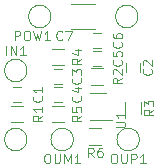
<source format=gto>
%TF.GenerationSoftware,KiCad,Pcbnew,(5.1.12)-1*%
%TF.CreationDate,2023-07-21T13:43:36+02:00*%
%TF.ProjectId,Input_stage,496e7075-745f-4737-9461-67652e6b6963,rev?*%
%TF.SameCoordinates,Original*%
%TF.FileFunction,Legend,Top*%
%TF.FilePolarity,Positive*%
%FSLAX46Y46*%
G04 Gerber Fmt 4.6, Leading zero omitted, Abs format (unit mm)*
G04 Created by KiCad (PCBNEW (5.1.12)-1) date 2023-07-21 13:43:36*
%MOMM*%
%LPD*%
G01*
G04 APERTURE LIST*
%ADD10C,0.120000*%
%ADD11R,0.800000X0.750000*%
%ADD12R,0.750000X0.800000*%
%ADD13R,1.000000X1.600000*%
%ADD14C,1.500000*%
%ADD15R,0.800000X0.900000*%
%ADD16R,0.900000X0.800000*%
%ADD17R,0.650000X0.400000*%
G04 APERTURE END LIST*
D10*
%TO.C,C1*%
X1555000Y-7655000D02*
X2255000Y-7655000D01*
X2255000Y-8855000D02*
X1555000Y-8855000D01*
%TO.C,C2*%
X12284000Y-5619000D02*
X12284000Y-6319000D01*
X11084000Y-6319000D02*
X11084000Y-5619000D01*
%TO.C,C3*%
X5684000Y-7331000D02*
X4984000Y-7331000D01*
X4984000Y-6131000D02*
X5684000Y-6131000D01*
%TO.C,C4*%
X5684000Y-8855000D02*
X4984000Y-8855000D01*
X4984000Y-7655000D02*
X5684000Y-7655000D01*
%TO.C,C5*%
X8986000Y-5807000D02*
X8286000Y-5807000D01*
X8286000Y-4607000D02*
X8986000Y-4607000D01*
%TO.C,C6*%
X8286000Y-3083000D02*
X8986000Y-3083000D01*
X8986000Y-4283000D02*
X8286000Y-4283000D01*
%TO.C,C7*%
X8493000Y-631000D02*
X6493000Y-631000D01*
X6493000Y-2671000D02*
X8493000Y-2671000D01*
%TO.C,GND1*%
X12126000Y-1651000D02*
G75*
G03*
X12126000Y-1651000I-950000J0D01*
G01*
%TO.C,IN1*%
X2728000Y-6223000D02*
G75*
G03*
X2728000Y-6223000I-950000J0D01*
G01*
%TO.C,OUM1*%
X6665000Y-12065000D02*
G75*
G03*
X6665000Y-12065000I-950000J0D01*
G01*
%TO.C,OUP1*%
X12253000Y-12065000D02*
G75*
G03*
X12253000Y-12065000I-950000J0D01*
G01*
%TO.C,POW1*%
X4760000Y-1651000D02*
G75*
G03*
X4760000Y-1651000I-950000J0D01*
G01*
%TO.C,R1*%
X1405000Y-9226000D02*
X2405000Y-9226000D01*
X2405000Y-10586000D02*
X1405000Y-10586000D01*
%TO.C,R2*%
X9136000Y-7411000D02*
X8136000Y-7411000D01*
X8136000Y-6051000D02*
X9136000Y-6051000D01*
%TO.C,R3*%
X12364000Y-8898000D02*
X12364000Y-9898000D01*
X11004000Y-9898000D02*
X11004000Y-8898000D01*
%TO.C,R4*%
X5834000Y-5760000D02*
X4834000Y-5760000D01*
X4834000Y-4400000D02*
X5834000Y-4400000D01*
%TO.C,R5*%
X5834000Y-10586000D02*
X4834000Y-10586000D01*
X4834000Y-9226000D02*
X5834000Y-9226000D01*
%TO.C,R6*%
X9009000Y-12491000D02*
X8009000Y-12491000D01*
X8009000Y-11131000D02*
X9009000Y-11131000D01*
%TO.C,U1*%
X8063000Y-10431000D02*
X9963000Y-10431000D01*
X9463000Y-8111000D02*
X8063000Y-8111000D01*
%TO.C,GND2*%
X2728000Y-12065000D02*
G75*
G03*
X2728000Y-12065000I-950000J0D01*
G01*
%TO.C,C1*%
X3968714Y-8388333D02*
X4006809Y-8426428D01*
X4044904Y-8540714D01*
X4044904Y-8616904D01*
X4006809Y-8731190D01*
X3930619Y-8807380D01*
X3854428Y-8845476D01*
X3702047Y-8883571D01*
X3587761Y-8883571D01*
X3435380Y-8845476D01*
X3359190Y-8807380D01*
X3283000Y-8731190D01*
X3244904Y-8616904D01*
X3244904Y-8540714D01*
X3283000Y-8426428D01*
X3321095Y-8388333D01*
X4044904Y-7626428D02*
X4044904Y-8083571D01*
X4044904Y-7855000D02*
X3244904Y-7855000D01*
X3359190Y-7931190D01*
X3435380Y-8007380D01*
X3473476Y-8083571D01*
%TO.C,C2*%
X13239714Y-6102333D02*
X13277809Y-6140428D01*
X13315904Y-6254714D01*
X13315904Y-6330904D01*
X13277809Y-6445190D01*
X13201619Y-6521380D01*
X13125428Y-6559476D01*
X12973047Y-6597571D01*
X12858761Y-6597571D01*
X12706380Y-6559476D01*
X12630190Y-6521380D01*
X12554000Y-6445190D01*
X12515904Y-6330904D01*
X12515904Y-6254714D01*
X12554000Y-6140428D01*
X12592095Y-6102333D01*
X12592095Y-5797571D02*
X12554000Y-5759476D01*
X12515904Y-5683285D01*
X12515904Y-5492809D01*
X12554000Y-5416619D01*
X12592095Y-5378523D01*
X12668285Y-5340428D01*
X12744476Y-5340428D01*
X12858761Y-5378523D01*
X13315904Y-5835666D01*
X13315904Y-5340428D01*
%TO.C,C3*%
X7270714Y-6864333D02*
X7308809Y-6902428D01*
X7346904Y-7016714D01*
X7346904Y-7092904D01*
X7308809Y-7207190D01*
X7232619Y-7283380D01*
X7156428Y-7321476D01*
X7004047Y-7359571D01*
X6889761Y-7359571D01*
X6737380Y-7321476D01*
X6661190Y-7283380D01*
X6585000Y-7207190D01*
X6546904Y-7092904D01*
X6546904Y-7016714D01*
X6585000Y-6902428D01*
X6623095Y-6864333D01*
X6546904Y-6597666D02*
X6546904Y-6102428D01*
X6851666Y-6369095D01*
X6851666Y-6254809D01*
X6889761Y-6178619D01*
X6927857Y-6140523D01*
X7004047Y-6102428D01*
X7194523Y-6102428D01*
X7270714Y-6140523D01*
X7308809Y-6178619D01*
X7346904Y-6254809D01*
X7346904Y-6483380D01*
X7308809Y-6559571D01*
X7270714Y-6597666D01*
%TO.C,C4*%
X7270714Y-8388333D02*
X7308809Y-8426428D01*
X7346904Y-8540714D01*
X7346904Y-8616904D01*
X7308809Y-8731190D01*
X7232619Y-8807380D01*
X7156428Y-8845476D01*
X7004047Y-8883571D01*
X6889761Y-8883571D01*
X6737380Y-8845476D01*
X6661190Y-8807380D01*
X6585000Y-8731190D01*
X6546904Y-8616904D01*
X6546904Y-8540714D01*
X6585000Y-8426428D01*
X6623095Y-8388333D01*
X6813571Y-7702619D02*
X7346904Y-7702619D01*
X6508809Y-7893095D02*
X7080238Y-8083571D01*
X7080238Y-7588333D01*
%TO.C,C5*%
X10699714Y-5340333D02*
X10737809Y-5378428D01*
X10775904Y-5492714D01*
X10775904Y-5568904D01*
X10737809Y-5683190D01*
X10661619Y-5759380D01*
X10585428Y-5797476D01*
X10433047Y-5835571D01*
X10318761Y-5835571D01*
X10166380Y-5797476D01*
X10090190Y-5759380D01*
X10014000Y-5683190D01*
X9975904Y-5568904D01*
X9975904Y-5492714D01*
X10014000Y-5378428D01*
X10052095Y-5340333D01*
X9975904Y-4616523D02*
X9975904Y-4997476D01*
X10356857Y-5035571D01*
X10318761Y-4997476D01*
X10280666Y-4921285D01*
X10280666Y-4730809D01*
X10318761Y-4654619D01*
X10356857Y-4616523D01*
X10433047Y-4578428D01*
X10623523Y-4578428D01*
X10699714Y-4616523D01*
X10737809Y-4654619D01*
X10775904Y-4730809D01*
X10775904Y-4921285D01*
X10737809Y-4997476D01*
X10699714Y-5035571D01*
%TO.C,C6*%
X10699714Y-3816333D02*
X10737809Y-3854428D01*
X10775904Y-3968714D01*
X10775904Y-4044904D01*
X10737809Y-4159190D01*
X10661619Y-4235380D01*
X10585428Y-4273476D01*
X10433047Y-4311571D01*
X10318761Y-4311571D01*
X10166380Y-4273476D01*
X10090190Y-4235380D01*
X10014000Y-4159190D01*
X9975904Y-4044904D01*
X9975904Y-3968714D01*
X10014000Y-3854428D01*
X10052095Y-3816333D01*
X9975904Y-3130619D02*
X9975904Y-3283000D01*
X10014000Y-3359190D01*
X10052095Y-3397285D01*
X10166380Y-3473476D01*
X10318761Y-3511571D01*
X10623523Y-3511571D01*
X10699714Y-3473476D01*
X10737809Y-3435380D01*
X10775904Y-3359190D01*
X10775904Y-3206809D01*
X10737809Y-3130619D01*
X10699714Y-3092523D01*
X10623523Y-3054428D01*
X10433047Y-3054428D01*
X10356857Y-3092523D01*
X10318761Y-3130619D01*
X10280666Y-3206809D01*
X10280666Y-3359190D01*
X10318761Y-3435380D01*
X10356857Y-3473476D01*
X10433047Y-3511571D01*
%TO.C,C7*%
X5708666Y-3587714D02*
X5670571Y-3625809D01*
X5556285Y-3663904D01*
X5480095Y-3663904D01*
X5365809Y-3625809D01*
X5289619Y-3549619D01*
X5251523Y-3473428D01*
X5213428Y-3321047D01*
X5213428Y-3206761D01*
X5251523Y-3054380D01*
X5289619Y-2978190D01*
X5365809Y-2902000D01*
X5480095Y-2863904D01*
X5556285Y-2863904D01*
X5670571Y-2902000D01*
X5708666Y-2940095D01*
X5975333Y-2863904D02*
X6508666Y-2863904D01*
X6165809Y-3663904D01*
%TO.C,IN1*%
X978000Y-4936904D02*
X978000Y-4136904D01*
X1358952Y-4936904D02*
X1358952Y-4136904D01*
X1816095Y-4936904D01*
X1816095Y-4136904D01*
X2616095Y-4936904D02*
X2158952Y-4936904D01*
X2387523Y-4936904D02*
X2387523Y-4136904D01*
X2311333Y-4251190D01*
X2235142Y-4327380D01*
X2158952Y-4365476D01*
%TO.C,OUM1*%
X4381666Y-13277904D02*
X4534047Y-13277904D01*
X4610238Y-13316000D01*
X4686428Y-13392190D01*
X4724523Y-13544571D01*
X4724523Y-13811238D01*
X4686428Y-13963619D01*
X4610238Y-14039809D01*
X4534047Y-14077904D01*
X4381666Y-14077904D01*
X4305476Y-14039809D01*
X4229285Y-13963619D01*
X4191190Y-13811238D01*
X4191190Y-13544571D01*
X4229285Y-13392190D01*
X4305476Y-13316000D01*
X4381666Y-13277904D01*
X5067380Y-13277904D02*
X5067380Y-13925523D01*
X5105476Y-14001714D01*
X5143571Y-14039809D01*
X5219761Y-14077904D01*
X5372142Y-14077904D01*
X5448333Y-14039809D01*
X5486428Y-14001714D01*
X5524523Y-13925523D01*
X5524523Y-13277904D01*
X5905476Y-14077904D02*
X5905476Y-13277904D01*
X6172142Y-13849333D01*
X6438809Y-13277904D01*
X6438809Y-14077904D01*
X7238809Y-14077904D02*
X6781666Y-14077904D01*
X7010238Y-14077904D02*
X7010238Y-13277904D01*
X6934047Y-13392190D01*
X6857857Y-13468380D01*
X6781666Y-13506476D01*
%TO.C,OUP1*%
X10026809Y-13277904D02*
X10179190Y-13277904D01*
X10255380Y-13316000D01*
X10331571Y-13392190D01*
X10369666Y-13544571D01*
X10369666Y-13811238D01*
X10331571Y-13963619D01*
X10255380Y-14039809D01*
X10179190Y-14077904D01*
X10026809Y-14077904D01*
X9950619Y-14039809D01*
X9874428Y-13963619D01*
X9836333Y-13811238D01*
X9836333Y-13544571D01*
X9874428Y-13392190D01*
X9950619Y-13316000D01*
X10026809Y-13277904D01*
X10712523Y-13277904D02*
X10712523Y-13925523D01*
X10750619Y-14001714D01*
X10788714Y-14039809D01*
X10864904Y-14077904D01*
X11017285Y-14077904D01*
X11093476Y-14039809D01*
X11131571Y-14001714D01*
X11169666Y-13925523D01*
X11169666Y-13277904D01*
X11550619Y-14077904D02*
X11550619Y-13277904D01*
X11855380Y-13277904D01*
X11931571Y-13316000D01*
X11969666Y-13354095D01*
X12007761Y-13430285D01*
X12007761Y-13544571D01*
X11969666Y-13620761D01*
X11931571Y-13658857D01*
X11855380Y-13696952D01*
X11550619Y-13696952D01*
X12769666Y-14077904D02*
X12312523Y-14077904D01*
X12541095Y-14077904D02*
X12541095Y-13277904D01*
X12464904Y-13392190D01*
X12388714Y-13468380D01*
X12312523Y-13506476D01*
%TO.C,POW1*%
X1708333Y-3663904D02*
X1708333Y-2863904D01*
X2013095Y-2863904D01*
X2089285Y-2902000D01*
X2127380Y-2940095D01*
X2165476Y-3016285D01*
X2165476Y-3130571D01*
X2127380Y-3206761D01*
X2089285Y-3244857D01*
X2013095Y-3282952D01*
X1708333Y-3282952D01*
X2660714Y-2863904D02*
X2813095Y-2863904D01*
X2889285Y-2902000D01*
X2965476Y-2978190D01*
X3003571Y-3130571D01*
X3003571Y-3397238D01*
X2965476Y-3549619D01*
X2889285Y-3625809D01*
X2813095Y-3663904D01*
X2660714Y-3663904D01*
X2584523Y-3625809D01*
X2508333Y-3549619D01*
X2470238Y-3397238D01*
X2470238Y-3130571D01*
X2508333Y-2978190D01*
X2584523Y-2902000D01*
X2660714Y-2863904D01*
X3270238Y-2863904D02*
X3460714Y-3663904D01*
X3613095Y-3092476D01*
X3765476Y-3663904D01*
X3955952Y-2863904D01*
X4679761Y-3663904D02*
X4222619Y-3663904D01*
X4451190Y-3663904D02*
X4451190Y-2863904D01*
X4375000Y-2978190D01*
X4298809Y-3054380D01*
X4222619Y-3092476D01*
%TO.C,R1*%
X4044904Y-10039333D02*
X3663952Y-10306000D01*
X4044904Y-10496476D02*
X3244904Y-10496476D01*
X3244904Y-10191714D01*
X3283000Y-10115523D01*
X3321095Y-10077428D01*
X3397285Y-10039333D01*
X3511571Y-10039333D01*
X3587761Y-10077428D01*
X3625857Y-10115523D01*
X3663952Y-10191714D01*
X3663952Y-10496476D01*
X4044904Y-9277428D02*
X4044904Y-9734571D01*
X4044904Y-9506000D02*
X3244904Y-9506000D01*
X3359190Y-9582190D01*
X3435380Y-9658380D01*
X3473476Y-9734571D01*
%TO.C,R2*%
X10775904Y-6864333D02*
X10394952Y-7131000D01*
X10775904Y-7321476D02*
X9975904Y-7321476D01*
X9975904Y-7016714D01*
X10014000Y-6940523D01*
X10052095Y-6902428D01*
X10128285Y-6864333D01*
X10242571Y-6864333D01*
X10318761Y-6902428D01*
X10356857Y-6940523D01*
X10394952Y-7016714D01*
X10394952Y-7321476D01*
X10052095Y-6559571D02*
X10014000Y-6521476D01*
X9975904Y-6445285D01*
X9975904Y-6254809D01*
X10014000Y-6178619D01*
X10052095Y-6140523D01*
X10128285Y-6102428D01*
X10204476Y-6102428D01*
X10318761Y-6140523D01*
X10775904Y-6597666D01*
X10775904Y-6102428D01*
%TO.C,R3*%
X13442904Y-9531333D02*
X13061952Y-9798000D01*
X13442904Y-9988476D02*
X12642904Y-9988476D01*
X12642904Y-9683714D01*
X12681000Y-9607523D01*
X12719095Y-9569428D01*
X12795285Y-9531333D01*
X12909571Y-9531333D01*
X12985761Y-9569428D01*
X13023857Y-9607523D01*
X13061952Y-9683714D01*
X13061952Y-9988476D01*
X12642904Y-9264666D02*
X12642904Y-8769428D01*
X12947666Y-9036095D01*
X12947666Y-8921809D01*
X12985761Y-8845619D01*
X13023857Y-8807523D01*
X13100047Y-8769428D01*
X13290523Y-8769428D01*
X13366714Y-8807523D01*
X13404809Y-8845619D01*
X13442904Y-8921809D01*
X13442904Y-9150380D01*
X13404809Y-9226571D01*
X13366714Y-9264666D01*
%TO.C,R4*%
X7346904Y-5213333D02*
X6965952Y-5480000D01*
X7346904Y-5670476D02*
X6546904Y-5670476D01*
X6546904Y-5365714D01*
X6585000Y-5289523D01*
X6623095Y-5251428D01*
X6699285Y-5213333D01*
X6813571Y-5213333D01*
X6889761Y-5251428D01*
X6927857Y-5289523D01*
X6965952Y-5365714D01*
X6965952Y-5670476D01*
X6813571Y-4527619D02*
X7346904Y-4527619D01*
X6508809Y-4718095D02*
X7080238Y-4908571D01*
X7080238Y-4413333D01*
%TO.C,R5*%
X7346904Y-10039333D02*
X6965952Y-10306000D01*
X7346904Y-10496476D02*
X6546904Y-10496476D01*
X6546904Y-10191714D01*
X6585000Y-10115523D01*
X6623095Y-10077428D01*
X6699285Y-10039333D01*
X6813571Y-10039333D01*
X6889761Y-10077428D01*
X6927857Y-10115523D01*
X6965952Y-10191714D01*
X6965952Y-10496476D01*
X6546904Y-9315523D02*
X6546904Y-9696476D01*
X6927857Y-9734571D01*
X6889761Y-9696476D01*
X6851666Y-9620285D01*
X6851666Y-9429809D01*
X6889761Y-9353619D01*
X6927857Y-9315523D01*
X7004047Y-9277428D01*
X7194523Y-9277428D01*
X7270714Y-9315523D01*
X7308809Y-9353619D01*
X7346904Y-9429809D01*
X7346904Y-9620285D01*
X7308809Y-9696476D01*
X7270714Y-9734571D01*
%TO.C,R6*%
X8375666Y-13569904D02*
X8109000Y-13188952D01*
X7918523Y-13569904D02*
X7918523Y-12769904D01*
X8223285Y-12769904D01*
X8299476Y-12808000D01*
X8337571Y-12846095D01*
X8375666Y-12922285D01*
X8375666Y-13036571D01*
X8337571Y-13112761D01*
X8299476Y-13150857D01*
X8223285Y-13188952D01*
X7918523Y-13188952D01*
X9061380Y-12769904D02*
X8909000Y-12769904D01*
X8832809Y-12808000D01*
X8794714Y-12846095D01*
X8718523Y-12960380D01*
X8680428Y-13112761D01*
X8680428Y-13417523D01*
X8718523Y-13493714D01*
X8756619Y-13531809D01*
X8832809Y-13569904D01*
X8985190Y-13569904D01*
X9061380Y-13531809D01*
X9099476Y-13493714D01*
X9137571Y-13417523D01*
X9137571Y-13227047D01*
X9099476Y-13150857D01*
X9061380Y-13112761D01*
X8985190Y-13074666D01*
X8832809Y-13074666D01*
X8756619Y-13112761D01*
X8718523Y-13150857D01*
X8680428Y-13227047D01*
%TO.C,U1*%
X10229904Y-11023523D02*
X10877523Y-11023523D01*
X10953714Y-10985428D01*
X10991809Y-10947333D01*
X11029904Y-10871142D01*
X11029904Y-10718761D01*
X10991809Y-10642571D01*
X10953714Y-10604476D01*
X10877523Y-10566380D01*
X10229904Y-10566380D01*
X11029904Y-9766380D02*
X11029904Y-10223523D01*
X11029904Y-9994952D02*
X10229904Y-9994952D01*
X10344190Y-10071142D01*
X10420380Y-10147333D01*
X10458476Y-10223523D01*
%TD*%
%LPC*%
D11*
%TO.C,C1*%
X2655000Y-8255000D03*
X1155000Y-8255000D03*
%TD*%
D12*
%TO.C,C2*%
X11684000Y-6719000D03*
X11684000Y-5219000D03*
%TD*%
D11*
%TO.C,C3*%
X4584000Y-6731000D03*
X6084000Y-6731000D03*
%TD*%
%TO.C,C4*%
X4584000Y-8255000D03*
X6084000Y-8255000D03*
%TD*%
%TO.C,C5*%
X7886000Y-5207000D03*
X9386000Y-5207000D03*
%TD*%
%TO.C,C6*%
X9386000Y-3683000D03*
X7886000Y-3683000D03*
%TD*%
D13*
%TO.C,C7*%
X5993000Y-1651000D03*
X8993000Y-1651000D03*
%TD*%
D14*
%TO.C,GND1*%
X11176000Y-1651000D03*
%TD*%
%TO.C,IN1*%
X1778000Y-6223000D03*
%TD*%
%TO.C,OUM1*%
X5715000Y-12065000D03*
%TD*%
%TO.C,OUP1*%
X11303000Y-12065000D03*
%TD*%
%TO.C,POW1*%
X3810000Y-1651000D03*
%TD*%
D15*
%TO.C,R1*%
X2655000Y-9906000D03*
X1155000Y-9906000D03*
%TD*%
%TO.C,R2*%
X7886000Y-6731000D03*
X9386000Y-6731000D03*
%TD*%
D16*
%TO.C,R3*%
X11684000Y-10148000D03*
X11684000Y-8648000D03*
%TD*%
D15*
%TO.C,R4*%
X4584000Y-5080000D03*
X6084000Y-5080000D03*
%TD*%
%TO.C,R5*%
X4584000Y-9906000D03*
X6084000Y-9906000D03*
%TD*%
%TO.C,R6*%
X7759000Y-11811000D03*
X9259000Y-11811000D03*
%TD*%
D17*
%TO.C,U1*%
X9713000Y-9921000D03*
X9713000Y-8621000D03*
X7813000Y-9271000D03*
X9713000Y-9271000D03*
X7813000Y-8621000D03*
X7813000Y-9921000D03*
%TD*%
D14*
%TO.C,GND2*%
X1778000Y-12065000D03*
%TD*%
M02*

</source>
